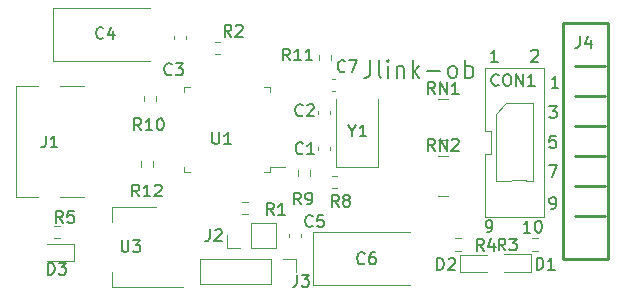
<source format=gbr>
%TF.GenerationSoftware,KiCad,Pcbnew,(5.1.9-0-10_14)*%
%TF.CreationDate,2021-02-21T16:58:23+08:00*%
%TF.ProjectId,stlinkv21_jlinkob,73746c69-6e6b-4763-9231-5f6a6c696e6b,rev?*%
%TF.SameCoordinates,Original*%
%TF.FileFunction,Legend,Top*%
%TF.FilePolarity,Positive*%
%FSLAX46Y46*%
G04 Gerber Fmt 4.6, Leading zero omitted, Abs format (unit mm)*
G04 Created by KiCad (PCBNEW (5.1.9-0-10_14)) date 2021-02-21 16:58:23*
%MOMM*%
%LPD*%
G01*
G04 APERTURE LIST*
%ADD10C,0.150000*%
%ADD11C,0.120000*%
%ADD12C,0.254000*%
G04 APERTURE END LIST*
D10*
X142689523Y-95002380D02*
X142118095Y-95002380D01*
X142403809Y-95002380D02*
X142403809Y-94002380D01*
X142308571Y-94145238D01*
X142213333Y-94240476D01*
X142118095Y-94288095D01*
X143308571Y-94002380D02*
X143403809Y-94002380D01*
X143499047Y-94050000D01*
X143546666Y-94097619D01*
X143594285Y-94192857D01*
X143641904Y-94383333D01*
X143641904Y-94621428D01*
X143594285Y-94811904D01*
X143546666Y-94907142D01*
X143499047Y-94954761D01*
X143403809Y-95002380D01*
X143308571Y-95002380D01*
X143213333Y-94954761D01*
X143165714Y-94907142D01*
X143118095Y-94811904D01*
X143070476Y-94621428D01*
X143070476Y-94383333D01*
X143118095Y-94192857D01*
X143165714Y-94097619D01*
X143213333Y-94050000D01*
X143308571Y-94002380D01*
X142774285Y-79627619D02*
X142821904Y-79580000D01*
X142917142Y-79532380D01*
X143155238Y-79532380D01*
X143250476Y-79580000D01*
X143298095Y-79627619D01*
X143345714Y-79722857D01*
X143345714Y-79818095D01*
X143298095Y-79960952D01*
X142726666Y-80532380D01*
X143345714Y-80532380D01*
X138999523Y-94952380D02*
X139190000Y-94952380D01*
X139285238Y-94904761D01*
X139332857Y-94857142D01*
X139428095Y-94714285D01*
X139475714Y-94523809D01*
X139475714Y-94142857D01*
X139428095Y-94047619D01*
X139380476Y-94000000D01*
X139285238Y-93952380D01*
X139094761Y-93952380D01*
X138999523Y-94000000D01*
X138951904Y-94047619D01*
X138904285Y-94142857D01*
X138904285Y-94380952D01*
X138951904Y-94476190D01*
X138999523Y-94523809D01*
X139094761Y-94571428D01*
X139285238Y-94571428D01*
X139380476Y-94523809D01*
X139428095Y-94476190D01*
X139475714Y-94380952D01*
X139925714Y-80532380D02*
X139354285Y-80532380D01*
X139640000Y-80532380D02*
X139640000Y-79532380D01*
X139544761Y-79675238D01*
X139449523Y-79770476D01*
X139354285Y-79818095D01*
X144399523Y-92982380D02*
X144590000Y-92982380D01*
X144685238Y-92934761D01*
X144732857Y-92887142D01*
X144828095Y-92744285D01*
X144875714Y-92553809D01*
X144875714Y-92172857D01*
X144828095Y-92077619D01*
X144780476Y-92030000D01*
X144685238Y-91982380D01*
X144494761Y-91982380D01*
X144399523Y-92030000D01*
X144351904Y-92077619D01*
X144304285Y-92172857D01*
X144304285Y-92410952D01*
X144351904Y-92506190D01*
X144399523Y-92553809D01*
X144494761Y-92601428D01*
X144685238Y-92601428D01*
X144780476Y-92553809D01*
X144828095Y-92506190D01*
X144875714Y-92410952D01*
X144296666Y-89282380D02*
X144963333Y-89282380D01*
X144534761Y-90282380D01*
X144828095Y-86812380D02*
X144351904Y-86812380D01*
X144304285Y-87288571D01*
X144351904Y-87240952D01*
X144447142Y-87193333D01*
X144685238Y-87193333D01*
X144780476Y-87240952D01*
X144828095Y-87288571D01*
X144875714Y-87383809D01*
X144875714Y-87621904D01*
X144828095Y-87717142D01*
X144780476Y-87764761D01*
X144685238Y-87812380D01*
X144447142Y-87812380D01*
X144351904Y-87764761D01*
X144304285Y-87717142D01*
X144296666Y-84292380D02*
X144915714Y-84292380D01*
X144582380Y-84673333D01*
X144725238Y-84673333D01*
X144820476Y-84720952D01*
X144868095Y-84768571D01*
X144915714Y-84863809D01*
X144915714Y-85101904D01*
X144868095Y-85197142D01*
X144820476Y-85244761D01*
X144725238Y-85292380D01*
X144439523Y-85292380D01*
X144344285Y-85244761D01*
X144296666Y-85197142D01*
X145055714Y-82732380D02*
X144484285Y-82732380D01*
X144770000Y-82732380D02*
X144770000Y-81732380D01*
X144674761Y-81875238D01*
X144579523Y-81970476D01*
X144484285Y-82018095D01*
X129142857Y-80398571D02*
X129142857Y-81470000D01*
X129071428Y-81684285D01*
X128928571Y-81827142D01*
X128714285Y-81898571D01*
X128571428Y-81898571D01*
X130071428Y-81898571D02*
X129928571Y-81827142D01*
X129857142Y-81684285D01*
X129857142Y-80398571D01*
X130642857Y-81898571D02*
X130642857Y-80898571D01*
X130642857Y-80398571D02*
X130571428Y-80470000D01*
X130642857Y-80541428D01*
X130714285Y-80470000D01*
X130642857Y-80398571D01*
X130642857Y-80541428D01*
X131357142Y-80898571D02*
X131357142Y-81898571D01*
X131357142Y-81041428D02*
X131428571Y-80970000D01*
X131571428Y-80898571D01*
X131785714Y-80898571D01*
X131928571Y-80970000D01*
X132000000Y-81112857D01*
X132000000Y-81898571D01*
X132714285Y-81898571D02*
X132714285Y-80398571D01*
X132857142Y-81327142D02*
X133285714Y-81898571D01*
X133285714Y-80898571D02*
X132714285Y-81470000D01*
X133928571Y-81327142D02*
X135071428Y-81327142D01*
X136000000Y-81898571D02*
X135857142Y-81827142D01*
X135785714Y-81755714D01*
X135714285Y-81612857D01*
X135714285Y-81184285D01*
X135785714Y-81041428D01*
X135857142Y-80970000D01*
X136000000Y-80898571D01*
X136214285Y-80898571D01*
X136357142Y-80970000D01*
X136428571Y-81041428D01*
X136500000Y-81184285D01*
X136500000Y-81612857D01*
X136428571Y-81755714D01*
X136357142Y-81827142D01*
X136214285Y-81898571D01*
X136000000Y-81898571D01*
X137142857Y-81898571D02*
X137142857Y-80398571D01*
X137142857Y-80970000D02*
X137285714Y-80898571D01*
X137571428Y-80898571D01*
X137714285Y-80970000D01*
X137785714Y-81041428D01*
X137857142Y-81184285D01*
X137857142Y-81612857D01*
X137785714Y-81755714D01*
X137714285Y-81827142D01*
X137571428Y-81898571D01*
X137285714Y-81898571D01*
X137142857Y-81827142D01*
D11*
%TO.C,RN2*%
X135700000Y-88490000D02*
X134900000Y-88490000D01*
X135700000Y-91930000D02*
X134900000Y-91930000D01*
%TO.C,RN1*%
X135700000Y-83690000D02*
X134900000Y-83690000D01*
X135700000Y-87130000D02*
X134900000Y-87130000D01*
%TO.C,C6*%
X132530000Y-94920000D02*
X124295000Y-94920000D01*
X124295000Y-94920000D02*
X124295000Y-99440000D01*
X124295000Y-99440000D02*
X132530000Y-99440000D01*
%TO.C,C4*%
X110490000Y-75980000D02*
X102255000Y-75980000D01*
X102255000Y-75980000D02*
X102255000Y-80500000D01*
X102255000Y-80500000D02*
X110490000Y-80500000D01*
%TO.C,Y1*%
X126216000Y-83660000D02*
X126216000Y-89410000D01*
X126216000Y-89410000D02*
X129816000Y-89410000D01*
X129816000Y-89410000D02*
X129816000Y-83660000D01*
%TO.C,R12*%
X110742500Y-88952742D02*
X110742500Y-89427258D01*
X109697500Y-88952742D02*
X109697500Y-89427258D01*
%TO.C,R11*%
X124757500Y-80417258D02*
X124757500Y-79942742D01*
X125802500Y-80417258D02*
X125802500Y-79942742D01*
%TO.C,R10*%
X111022500Y-83422742D02*
X111022500Y-83897258D01*
X109977500Y-83422742D02*
X109977500Y-83897258D01*
%TO.C,R9*%
X124062500Y-89732742D02*
X124062500Y-90207258D01*
X123017500Y-89732742D02*
X123017500Y-90207258D01*
%TO.C,R8*%
X125862742Y-90197500D02*
X126337258Y-90197500D01*
X125862742Y-91242500D02*
X126337258Y-91242500D01*
%TO.C,C7*%
X125899420Y-81960000D02*
X126180580Y-81960000D01*
X125899420Y-82980000D02*
X126180580Y-82980000D01*
%TO.C,C5*%
X122270000Y-95360580D02*
X122270000Y-95079420D01*
X123290000Y-95360580D02*
X123290000Y-95079420D01*
%TO.C,C3*%
X112480000Y-78640580D02*
X112480000Y-78359420D01*
X113500000Y-78640580D02*
X113500000Y-78359420D01*
%TO.C,C2*%
X125732000Y-84695420D02*
X125732000Y-84976580D01*
X124712000Y-84695420D02*
X124712000Y-84976580D01*
%TO.C,C1*%
X124712000Y-88024580D02*
X124712000Y-87743420D01*
X125732000Y-88024580D02*
X125732000Y-87743420D01*
%TO.C,U1*%
X113840000Y-82640000D02*
X113390000Y-82640000D01*
X113390000Y-82640000D02*
X113390000Y-83090000D01*
X120160000Y-82640000D02*
X120610000Y-82640000D01*
X120610000Y-82640000D02*
X120610000Y-83090000D01*
X113840000Y-89860000D02*
X113390000Y-89860000D01*
X113390000Y-89860000D02*
X113390000Y-89410000D01*
X120160000Y-89860000D02*
X120610000Y-89860000D01*
X120610000Y-89860000D02*
X120610000Y-89410000D01*
X120610000Y-89410000D02*
X121900000Y-89410000D01*
%TO.C,R5*%
X102352742Y-94427500D02*
X102827258Y-94427500D01*
X102352742Y-95472500D02*
X102827258Y-95472500D01*
%TO.C,R4*%
X136332742Y-95487500D02*
X136807258Y-95487500D01*
X136332742Y-96532500D02*
X136807258Y-96532500D01*
%TO.C,R3*%
X143317258Y-96532500D02*
X142842742Y-96532500D01*
X143317258Y-95487500D02*
X142842742Y-95487500D01*
%TO.C,D3*%
X101770000Y-97405000D02*
X104055000Y-97405000D01*
X104055000Y-97405000D02*
X104055000Y-95935000D01*
X104055000Y-95935000D02*
X101770000Y-95935000D01*
%TO.C,D2*%
X139040000Y-96885000D02*
X136755000Y-96885000D01*
X136755000Y-96885000D02*
X136755000Y-98355000D01*
X136755000Y-98355000D02*
X139040000Y-98355000D01*
%TO.C,D1*%
X140480000Y-98325000D02*
X142765000Y-98325000D01*
X142765000Y-98325000D02*
X142765000Y-96855000D01*
X142765000Y-96855000D02*
X140480000Y-96855000D01*
%TO.C,U3*%
X107270000Y-92810000D02*
X107270000Y-94070000D01*
X107270000Y-99630000D02*
X107270000Y-98370000D01*
X111030000Y-92810000D02*
X107270000Y-92810000D01*
X113280000Y-99630000D02*
X107270000Y-99630000D01*
D12*
%TO.C,J4*%
X145460000Y-77250000D02*
X145460000Y-97250000D01*
X149280000Y-77250000D02*
X149280000Y-97250000D01*
X146460000Y-91060000D02*
X149000000Y-91060000D01*
X146460000Y-88520000D02*
X149000000Y-88520000D01*
X146460000Y-85980000D02*
X149000000Y-85980000D01*
X146460000Y-93600000D02*
X149000000Y-93600000D01*
X146460000Y-80900000D02*
X149000000Y-80900000D01*
X146460000Y-83440000D02*
X149000000Y-83440000D01*
X145460000Y-77250000D02*
X149280000Y-77250000D01*
X145460000Y-97250000D02*
X149280000Y-97250000D01*
D11*
%TO.C,J3*%
X114690000Y-97240000D02*
X114690000Y-99360000D01*
X120750000Y-97240000D02*
X114690000Y-97240000D01*
X120750000Y-99360000D02*
X114690000Y-99360000D01*
X120750000Y-97240000D02*
X120750000Y-99360000D01*
X121750000Y-97240000D02*
X122810000Y-97240000D01*
X122810000Y-97240000D02*
X122810000Y-98300000D01*
%TO.C,CON1*%
X139790000Y-84920000D02*
X140560000Y-84090000D01*
X139790000Y-84930000D02*
X139750000Y-90595000D01*
X142277530Y-90595000D02*
X142920000Y-90595000D01*
X139750000Y-90595000D02*
X142300000Y-90590000D01*
X142920000Y-85455000D02*
X142920000Y-90595000D01*
X142920000Y-84860000D02*
X142920000Y-85455000D01*
X142920000Y-84060000D02*
X142920000Y-84820000D01*
X140590000Y-84060000D02*
X142920000Y-84060000D01*
X138870000Y-81045000D02*
X143870000Y-81045000D01*
X143870000Y-81045000D02*
X143870000Y-93695000D01*
X143870000Y-93695000D02*
X138870000Y-93695000D01*
X138870000Y-93695000D02*
X138870000Y-88370000D01*
X138870000Y-88370000D02*
X139370000Y-88370000D01*
X139370000Y-88370000D02*
X139370000Y-86370000D01*
X139370000Y-86370000D02*
X138870000Y-86370000D01*
X138870000Y-86370000D02*
X138870000Y-81045000D01*
%TO.C,R2*%
X116447258Y-79922500D02*
X115972742Y-79922500D01*
X116447258Y-78877500D02*
X115972742Y-78877500D01*
%TO.C,R1*%
X118292742Y-92407500D02*
X118767258Y-92407500D01*
X118292742Y-93452500D02*
X118767258Y-93452500D01*
%TO.C,J2*%
X121130000Y-96290000D02*
X121130000Y-94170000D01*
X119070000Y-96290000D02*
X121130000Y-96290000D01*
X119070000Y-94170000D02*
X121130000Y-94170000D01*
X119070000Y-96290000D02*
X119070000Y-94170000D01*
X118070000Y-96290000D02*
X117010000Y-96290000D01*
X117010000Y-96290000D02*
X117010000Y-95230000D01*
%TO.C,J1*%
X99100000Y-82550000D02*
X99100000Y-91950000D01*
X104900000Y-91950000D02*
X102900000Y-91950000D01*
X101000000Y-91950000D02*
X99100000Y-91950000D01*
X104900000Y-82550000D02*
X102900000Y-82550000D01*
X101000000Y-82550000D02*
X99100000Y-82550000D01*
%TO.C,RN2*%
D10*
X134609523Y-88062380D02*
X134276190Y-87586190D01*
X134038095Y-88062380D02*
X134038095Y-87062380D01*
X134419047Y-87062380D01*
X134514285Y-87110000D01*
X134561904Y-87157619D01*
X134609523Y-87252857D01*
X134609523Y-87395714D01*
X134561904Y-87490952D01*
X134514285Y-87538571D01*
X134419047Y-87586190D01*
X134038095Y-87586190D01*
X135038095Y-88062380D02*
X135038095Y-87062380D01*
X135609523Y-88062380D01*
X135609523Y-87062380D01*
X136038095Y-87157619D02*
X136085714Y-87110000D01*
X136180952Y-87062380D01*
X136419047Y-87062380D01*
X136514285Y-87110000D01*
X136561904Y-87157619D01*
X136609523Y-87252857D01*
X136609523Y-87348095D01*
X136561904Y-87490952D01*
X135990476Y-88062380D01*
X136609523Y-88062380D01*
%TO.C,RN1*%
X134609523Y-83262380D02*
X134276190Y-82786190D01*
X134038095Y-83262380D02*
X134038095Y-82262380D01*
X134419047Y-82262380D01*
X134514285Y-82310000D01*
X134561904Y-82357619D01*
X134609523Y-82452857D01*
X134609523Y-82595714D01*
X134561904Y-82690952D01*
X134514285Y-82738571D01*
X134419047Y-82786190D01*
X134038095Y-82786190D01*
X135038095Y-83262380D02*
X135038095Y-82262380D01*
X135609523Y-83262380D01*
X135609523Y-82262380D01*
X136609523Y-83262380D02*
X136038095Y-83262380D01*
X136323809Y-83262380D02*
X136323809Y-82262380D01*
X136228571Y-82405238D01*
X136133333Y-82500476D01*
X136038095Y-82548095D01*
%TO.C,C6*%
X128643333Y-97587142D02*
X128595714Y-97634761D01*
X128452857Y-97682380D01*
X128357619Y-97682380D01*
X128214761Y-97634761D01*
X128119523Y-97539523D01*
X128071904Y-97444285D01*
X128024285Y-97253809D01*
X128024285Y-97110952D01*
X128071904Y-96920476D01*
X128119523Y-96825238D01*
X128214761Y-96730000D01*
X128357619Y-96682380D01*
X128452857Y-96682380D01*
X128595714Y-96730000D01*
X128643333Y-96777619D01*
X129500476Y-96682380D02*
X129310000Y-96682380D01*
X129214761Y-96730000D01*
X129167142Y-96777619D01*
X129071904Y-96920476D01*
X129024285Y-97110952D01*
X129024285Y-97491904D01*
X129071904Y-97587142D01*
X129119523Y-97634761D01*
X129214761Y-97682380D01*
X129405238Y-97682380D01*
X129500476Y-97634761D01*
X129548095Y-97587142D01*
X129595714Y-97491904D01*
X129595714Y-97253809D01*
X129548095Y-97158571D01*
X129500476Y-97110952D01*
X129405238Y-97063333D01*
X129214761Y-97063333D01*
X129119523Y-97110952D01*
X129071904Y-97158571D01*
X129024285Y-97253809D01*
%TO.C,C4*%
X106523333Y-78507142D02*
X106475714Y-78554761D01*
X106332857Y-78602380D01*
X106237619Y-78602380D01*
X106094761Y-78554761D01*
X105999523Y-78459523D01*
X105951904Y-78364285D01*
X105904285Y-78173809D01*
X105904285Y-78030952D01*
X105951904Y-77840476D01*
X105999523Y-77745238D01*
X106094761Y-77650000D01*
X106237619Y-77602380D01*
X106332857Y-77602380D01*
X106475714Y-77650000D01*
X106523333Y-77697619D01*
X107380476Y-77935714D02*
X107380476Y-78602380D01*
X107142380Y-77554761D02*
X106904285Y-78269047D01*
X107523333Y-78269047D01*
%TO.C,Y1*%
X127613809Y-86386190D02*
X127613809Y-86862380D01*
X127280476Y-85862380D02*
X127613809Y-86386190D01*
X127947142Y-85862380D01*
X128804285Y-86862380D02*
X128232857Y-86862380D01*
X128518571Y-86862380D02*
X128518571Y-85862380D01*
X128423333Y-86005238D01*
X128328095Y-86100476D01*
X128232857Y-86148095D01*
%TO.C,R12*%
X109557142Y-91942380D02*
X109223809Y-91466190D01*
X108985714Y-91942380D02*
X108985714Y-90942380D01*
X109366666Y-90942380D01*
X109461904Y-90990000D01*
X109509523Y-91037619D01*
X109557142Y-91132857D01*
X109557142Y-91275714D01*
X109509523Y-91370952D01*
X109461904Y-91418571D01*
X109366666Y-91466190D01*
X108985714Y-91466190D01*
X110509523Y-91942380D02*
X109938095Y-91942380D01*
X110223809Y-91942380D02*
X110223809Y-90942380D01*
X110128571Y-91085238D01*
X110033333Y-91180476D01*
X109938095Y-91228095D01*
X110890476Y-91037619D02*
X110938095Y-90990000D01*
X111033333Y-90942380D01*
X111271428Y-90942380D01*
X111366666Y-90990000D01*
X111414285Y-91037619D01*
X111461904Y-91132857D01*
X111461904Y-91228095D01*
X111414285Y-91370952D01*
X110842857Y-91942380D01*
X111461904Y-91942380D01*
%TO.C,R11*%
X122327142Y-80422380D02*
X121993809Y-79946190D01*
X121755714Y-80422380D02*
X121755714Y-79422380D01*
X122136666Y-79422380D01*
X122231904Y-79470000D01*
X122279523Y-79517619D01*
X122327142Y-79612857D01*
X122327142Y-79755714D01*
X122279523Y-79850952D01*
X122231904Y-79898571D01*
X122136666Y-79946190D01*
X121755714Y-79946190D01*
X123279523Y-80422380D02*
X122708095Y-80422380D01*
X122993809Y-80422380D02*
X122993809Y-79422380D01*
X122898571Y-79565238D01*
X122803333Y-79660476D01*
X122708095Y-79708095D01*
X124231904Y-80422380D02*
X123660476Y-80422380D01*
X123946190Y-80422380D02*
X123946190Y-79422380D01*
X123850952Y-79565238D01*
X123755714Y-79660476D01*
X123660476Y-79708095D01*
%TO.C,R10*%
X109727142Y-86332380D02*
X109393809Y-85856190D01*
X109155714Y-86332380D02*
X109155714Y-85332380D01*
X109536666Y-85332380D01*
X109631904Y-85380000D01*
X109679523Y-85427619D01*
X109727142Y-85522857D01*
X109727142Y-85665714D01*
X109679523Y-85760952D01*
X109631904Y-85808571D01*
X109536666Y-85856190D01*
X109155714Y-85856190D01*
X110679523Y-86332380D02*
X110108095Y-86332380D01*
X110393809Y-86332380D02*
X110393809Y-85332380D01*
X110298571Y-85475238D01*
X110203333Y-85570476D01*
X110108095Y-85618095D01*
X111298571Y-85332380D02*
X111393809Y-85332380D01*
X111489047Y-85380000D01*
X111536666Y-85427619D01*
X111584285Y-85522857D01*
X111631904Y-85713333D01*
X111631904Y-85951428D01*
X111584285Y-86141904D01*
X111536666Y-86237142D01*
X111489047Y-86284761D01*
X111393809Y-86332380D01*
X111298571Y-86332380D01*
X111203333Y-86284761D01*
X111155714Y-86237142D01*
X111108095Y-86141904D01*
X111060476Y-85951428D01*
X111060476Y-85713333D01*
X111108095Y-85522857D01*
X111155714Y-85427619D01*
X111203333Y-85380000D01*
X111298571Y-85332380D01*
%TO.C,R9*%
X123263333Y-92622380D02*
X122930000Y-92146190D01*
X122691904Y-92622380D02*
X122691904Y-91622380D01*
X123072857Y-91622380D01*
X123168095Y-91670000D01*
X123215714Y-91717619D01*
X123263333Y-91812857D01*
X123263333Y-91955714D01*
X123215714Y-92050952D01*
X123168095Y-92098571D01*
X123072857Y-92146190D01*
X122691904Y-92146190D01*
X123739523Y-92622380D02*
X123930000Y-92622380D01*
X124025238Y-92574761D01*
X124072857Y-92527142D01*
X124168095Y-92384285D01*
X124215714Y-92193809D01*
X124215714Y-91812857D01*
X124168095Y-91717619D01*
X124120476Y-91670000D01*
X124025238Y-91622380D01*
X123834761Y-91622380D01*
X123739523Y-91670000D01*
X123691904Y-91717619D01*
X123644285Y-91812857D01*
X123644285Y-92050952D01*
X123691904Y-92146190D01*
X123739523Y-92193809D01*
X123834761Y-92241428D01*
X124025238Y-92241428D01*
X124120476Y-92193809D01*
X124168095Y-92146190D01*
X124215714Y-92050952D01*
%TO.C,R8*%
X126453333Y-92812380D02*
X126120000Y-92336190D01*
X125881904Y-92812380D02*
X125881904Y-91812380D01*
X126262857Y-91812380D01*
X126358095Y-91860000D01*
X126405714Y-91907619D01*
X126453333Y-92002857D01*
X126453333Y-92145714D01*
X126405714Y-92240952D01*
X126358095Y-92288571D01*
X126262857Y-92336190D01*
X125881904Y-92336190D01*
X127024761Y-92240952D02*
X126929523Y-92193333D01*
X126881904Y-92145714D01*
X126834285Y-92050476D01*
X126834285Y-92002857D01*
X126881904Y-91907619D01*
X126929523Y-91860000D01*
X127024761Y-91812380D01*
X127215238Y-91812380D01*
X127310476Y-91860000D01*
X127358095Y-91907619D01*
X127405714Y-92002857D01*
X127405714Y-92050476D01*
X127358095Y-92145714D01*
X127310476Y-92193333D01*
X127215238Y-92240952D01*
X127024761Y-92240952D01*
X126929523Y-92288571D01*
X126881904Y-92336190D01*
X126834285Y-92431428D01*
X126834285Y-92621904D01*
X126881904Y-92717142D01*
X126929523Y-92764761D01*
X127024761Y-92812380D01*
X127215238Y-92812380D01*
X127310476Y-92764761D01*
X127358095Y-92717142D01*
X127405714Y-92621904D01*
X127405714Y-92431428D01*
X127358095Y-92336190D01*
X127310476Y-92288571D01*
X127215238Y-92240952D01*
%TO.C,C7*%
X126993333Y-81317142D02*
X126945714Y-81364761D01*
X126802857Y-81412380D01*
X126707619Y-81412380D01*
X126564761Y-81364761D01*
X126469523Y-81269523D01*
X126421904Y-81174285D01*
X126374285Y-80983809D01*
X126374285Y-80840952D01*
X126421904Y-80650476D01*
X126469523Y-80555238D01*
X126564761Y-80460000D01*
X126707619Y-80412380D01*
X126802857Y-80412380D01*
X126945714Y-80460000D01*
X126993333Y-80507619D01*
X127326666Y-80412380D02*
X127993333Y-80412380D01*
X127564761Y-81412380D01*
%TO.C,C5*%
X124243333Y-94437142D02*
X124195714Y-94484761D01*
X124052857Y-94532380D01*
X123957619Y-94532380D01*
X123814761Y-94484761D01*
X123719523Y-94389523D01*
X123671904Y-94294285D01*
X123624285Y-94103809D01*
X123624285Y-93960952D01*
X123671904Y-93770476D01*
X123719523Y-93675238D01*
X123814761Y-93580000D01*
X123957619Y-93532380D01*
X124052857Y-93532380D01*
X124195714Y-93580000D01*
X124243333Y-93627619D01*
X125148095Y-93532380D02*
X124671904Y-93532380D01*
X124624285Y-94008571D01*
X124671904Y-93960952D01*
X124767142Y-93913333D01*
X125005238Y-93913333D01*
X125100476Y-93960952D01*
X125148095Y-94008571D01*
X125195714Y-94103809D01*
X125195714Y-94341904D01*
X125148095Y-94437142D01*
X125100476Y-94484761D01*
X125005238Y-94532380D01*
X124767142Y-94532380D01*
X124671904Y-94484761D01*
X124624285Y-94437142D01*
%TO.C,C3*%
X112313333Y-81577142D02*
X112265714Y-81624761D01*
X112122857Y-81672380D01*
X112027619Y-81672380D01*
X111884761Y-81624761D01*
X111789523Y-81529523D01*
X111741904Y-81434285D01*
X111694285Y-81243809D01*
X111694285Y-81100952D01*
X111741904Y-80910476D01*
X111789523Y-80815238D01*
X111884761Y-80720000D01*
X112027619Y-80672380D01*
X112122857Y-80672380D01*
X112265714Y-80720000D01*
X112313333Y-80767619D01*
X112646666Y-80672380D02*
X113265714Y-80672380D01*
X112932380Y-81053333D01*
X113075238Y-81053333D01*
X113170476Y-81100952D01*
X113218095Y-81148571D01*
X113265714Y-81243809D01*
X113265714Y-81481904D01*
X113218095Y-81577142D01*
X113170476Y-81624761D01*
X113075238Y-81672380D01*
X112789523Y-81672380D01*
X112694285Y-81624761D01*
X112646666Y-81577142D01*
%TO.C,C2*%
X123403333Y-85047142D02*
X123355714Y-85094761D01*
X123212857Y-85142380D01*
X123117619Y-85142380D01*
X122974761Y-85094761D01*
X122879523Y-84999523D01*
X122831904Y-84904285D01*
X122784285Y-84713809D01*
X122784285Y-84570952D01*
X122831904Y-84380476D01*
X122879523Y-84285238D01*
X122974761Y-84190000D01*
X123117619Y-84142380D01*
X123212857Y-84142380D01*
X123355714Y-84190000D01*
X123403333Y-84237619D01*
X123784285Y-84237619D02*
X123831904Y-84190000D01*
X123927142Y-84142380D01*
X124165238Y-84142380D01*
X124260476Y-84190000D01*
X124308095Y-84237619D01*
X124355714Y-84332857D01*
X124355714Y-84428095D01*
X124308095Y-84570952D01*
X123736666Y-85142380D01*
X124355714Y-85142380D01*
%TO.C,C1*%
X123423333Y-88277142D02*
X123375714Y-88324761D01*
X123232857Y-88372380D01*
X123137619Y-88372380D01*
X122994761Y-88324761D01*
X122899523Y-88229523D01*
X122851904Y-88134285D01*
X122804285Y-87943809D01*
X122804285Y-87800952D01*
X122851904Y-87610476D01*
X122899523Y-87515238D01*
X122994761Y-87420000D01*
X123137619Y-87372380D01*
X123232857Y-87372380D01*
X123375714Y-87420000D01*
X123423333Y-87467619D01*
X124375714Y-88372380D02*
X123804285Y-88372380D01*
X124090000Y-88372380D02*
X124090000Y-87372380D01*
X123994761Y-87515238D01*
X123899523Y-87610476D01*
X123804285Y-87658095D01*
%TO.C,U1*%
X115768095Y-86502380D02*
X115768095Y-87311904D01*
X115815714Y-87407142D01*
X115863333Y-87454761D01*
X115958571Y-87502380D01*
X116149047Y-87502380D01*
X116244285Y-87454761D01*
X116291904Y-87407142D01*
X116339523Y-87311904D01*
X116339523Y-86502380D01*
X117339523Y-87502380D02*
X116768095Y-87502380D01*
X117053809Y-87502380D02*
X117053809Y-86502380D01*
X116958571Y-86645238D01*
X116863333Y-86740476D01*
X116768095Y-86788095D01*
%TO.C,R5*%
X103113333Y-94172380D02*
X102780000Y-93696190D01*
X102541904Y-94172380D02*
X102541904Y-93172380D01*
X102922857Y-93172380D01*
X103018095Y-93220000D01*
X103065714Y-93267619D01*
X103113333Y-93362857D01*
X103113333Y-93505714D01*
X103065714Y-93600952D01*
X103018095Y-93648571D01*
X102922857Y-93696190D01*
X102541904Y-93696190D01*
X104018095Y-93172380D02*
X103541904Y-93172380D01*
X103494285Y-93648571D01*
X103541904Y-93600952D01*
X103637142Y-93553333D01*
X103875238Y-93553333D01*
X103970476Y-93600952D01*
X104018095Y-93648571D01*
X104065714Y-93743809D01*
X104065714Y-93981904D01*
X104018095Y-94077142D01*
X103970476Y-94124761D01*
X103875238Y-94172380D01*
X103637142Y-94172380D01*
X103541904Y-94124761D01*
X103494285Y-94077142D01*
%TO.C,R4*%
X138753333Y-96522380D02*
X138420000Y-96046190D01*
X138181904Y-96522380D02*
X138181904Y-95522380D01*
X138562857Y-95522380D01*
X138658095Y-95570000D01*
X138705714Y-95617619D01*
X138753333Y-95712857D01*
X138753333Y-95855714D01*
X138705714Y-95950952D01*
X138658095Y-95998571D01*
X138562857Y-96046190D01*
X138181904Y-96046190D01*
X139610476Y-95855714D02*
X139610476Y-96522380D01*
X139372380Y-95474761D02*
X139134285Y-96189047D01*
X139753333Y-96189047D01*
%TO.C,R3*%
X140573333Y-96502380D02*
X140240000Y-96026190D01*
X140001904Y-96502380D02*
X140001904Y-95502380D01*
X140382857Y-95502380D01*
X140478095Y-95550000D01*
X140525714Y-95597619D01*
X140573333Y-95692857D01*
X140573333Y-95835714D01*
X140525714Y-95930952D01*
X140478095Y-95978571D01*
X140382857Y-96026190D01*
X140001904Y-96026190D01*
X140906666Y-95502380D02*
X141525714Y-95502380D01*
X141192380Y-95883333D01*
X141335238Y-95883333D01*
X141430476Y-95930952D01*
X141478095Y-95978571D01*
X141525714Y-96073809D01*
X141525714Y-96311904D01*
X141478095Y-96407142D01*
X141430476Y-96454761D01*
X141335238Y-96502380D01*
X141049523Y-96502380D01*
X140954285Y-96454761D01*
X140906666Y-96407142D01*
%TO.C,D3*%
X101831904Y-98552380D02*
X101831904Y-97552380D01*
X102070000Y-97552380D01*
X102212857Y-97600000D01*
X102308095Y-97695238D01*
X102355714Y-97790476D01*
X102403333Y-97980952D01*
X102403333Y-98123809D01*
X102355714Y-98314285D01*
X102308095Y-98409523D01*
X102212857Y-98504761D01*
X102070000Y-98552380D01*
X101831904Y-98552380D01*
X102736666Y-97552380D02*
X103355714Y-97552380D01*
X103022380Y-97933333D01*
X103165238Y-97933333D01*
X103260476Y-97980952D01*
X103308095Y-98028571D01*
X103355714Y-98123809D01*
X103355714Y-98361904D01*
X103308095Y-98457142D01*
X103260476Y-98504761D01*
X103165238Y-98552380D01*
X102879523Y-98552380D01*
X102784285Y-98504761D01*
X102736666Y-98457142D01*
%TO.C,D2*%
X134801904Y-98152380D02*
X134801904Y-97152380D01*
X135040000Y-97152380D01*
X135182857Y-97200000D01*
X135278095Y-97295238D01*
X135325714Y-97390476D01*
X135373333Y-97580952D01*
X135373333Y-97723809D01*
X135325714Y-97914285D01*
X135278095Y-98009523D01*
X135182857Y-98104761D01*
X135040000Y-98152380D01*
X134801904Y-98152380D01*
X135754285Y-97247619D02*
X135801904Y-97200000D01*
X135897142Y-97152380D01*
X136135238Y-97152380D01*
X136230476Y-97200000D01*
X136278095Y-97247619D01*
X136325714Y-97342857D01*
X136325714Y-97438095D01*
X136278095Y-97580952D01*
X135706666Y-98152380D01*
X136325714Y-98152380D01*
%TO.C,D1*%
X143211904Y-98132380D02*
X143211904Y-97132380D01*
X143450000Y-97132380D01*
X143592857Y-97180000D01*
X143688095Y-97275238D01*
X143735714Y-97370476D01*
X143783333Y-97560952D01*
X143783333Y-97703809D01*
X143735714Y-97894285D01*
X143688095Y-97989523D01*
X143592857Y-98084761D01*
X143450000Y-98132380D01*
X143211904Y-98132380D01*
X144735714Y-98132380D02*
X144164285Y-98132380D01*
X144450000Y-98132380D02*
X144450000Y-97132380D01*
X144354761Y-97275238D01*
X144259523Y-97370476D01*
X144164285Y-97418095D01*
%TO.C,U3*%
X108068095Y-95642380D02*
X108068095Y-96451904D01*
X108115714Y-96547142D01*
X108163333Y-96594761D01*
X108258571Y-96642380D01*
X108449047Y-96642380D01*
X108544285Y-96594761D01*
X108591904Y-96547142D01*
X108639523Y-96451904D01*
X108639523Y-95642380D01*
X109020476Y-95642380D02*
X109639523Y-95642380D01*
X109306190Y-96023333D01*
X109449047Y-96023333D01*
X109544285Y-96070952D01*
X109591904Y-96118571D01*
X109639523Y-96213809D01*
X109639523Y-96451904D01*
X109591904Y-96547142D01*
X109544285Y-96594761D01*
X109449047Y-96642380D01*
X109163333Y-96642380D01*
X109068095Y-96594761D01*
X109020476Y-96547142D01*
%TO.C,J4*%
X146876666Y-78362380D02*
X146876666Y-79076666D01*
X146829047Y-79219523D01*
X146733809Y-79314761D01*
X146590952Y-79362380D01*
X146495714Y-79362380D01*
X147781428Y-78695714D02*
X147781428Y-79362380D01*
X147543333Y-78314761D02*
X147305238Y-79029047D01*
X147924285Y-79029047D01*
%TO.C,J3*%
X122926666Y-98572380D02*
X122926666Y-99286666D01*
X122879047Y-99429523D01*
X122783809Y-99524761D01*
X122640952Y-99572380D01*
X122545714Y-99572380D01*
X123307619Y-98572380D02*
X123926666Y-98572380D01*
X123593333Y-98953333D01*
X123736190Y-98953333D01*
X123831428Y-99000952D01*
X123879047Y-99048571D01*
X123926666Y-99143809D01*
X123926666Y-99381904D01*
X123879047Y-99477142D01*
X123831428Y-99524761D01*
X123736190Y-99572380D01*
X123450476Y-99572380D01*
X123355238Y-99524761D01*
X123307619Y-99477142D01*
%TO.C,CON1*%
X140005714Y-82487142D02*
X139958095Y-82534761D01*
X139815238Y-82582380D01*
X139720000Y-82582380D01*
X139577142Y-82534761D01*
X139481904Y-82439523D01*
X139434285Y-82344285D01*
X139386666Y-82153809D01*
X139386666Y-82010952D01*
X139434285Y-81820476D01*
X139481904Y-81725238D01*
X139577142Y-81630000D01*
X139720000Y-81582380D01*
X139815238Y-81582380D01*
X139958095Y-81630000D01*
X140005714Y-81677619D01*
X140624761Y-81582380D02*
X140815238Y-81582380D01*
X140910476Y-81630000D01*
X141005714Y-81725238D01*
X141053333Y-81915714D01*
X141053333Y-82249047D01*
X141005714Y-82439523D01*
X140910476Y-82534761D01*
X140815238Y-82582380D01*
X140624761Y-82582380D01*
X140529523Y-82534761D01*
X140434285Y-82439523D01*
X140386666Y-82249047D01*
X140386666Y-81915714D01*
X140434285Y-81725238D01*
X140529523Y-81630000D01*
X140624761Y-81582380D01*
X141481904Y-82582380D02*
X141481904Y-81582380D01*
X142053333Y-82582380D01*
X142053333Y-81582380D01*
X143053333Y-82582380D02*
X142481904Y-82582380D01*
X142767619Y-82582380D02*
X142767619Y-81582380D01*
X142672380Y-81725238D01*
X142577142Y-81820476D01*
X142481904Y-81868095D01*
%TO.C,R2*%
X117363333Y-78412380D02*
X117030000Y-77936190D01*
X116791904Y-78412380D02*
X116791904Y-77412380D01*
X117172857Y-77412380D01*
X117268095Y-77460000D01*
X117315714Y-77507619D01*
X117363333Y-77602857D01*
X117363333Y-77745714D01*
X117315714Y-77840952D01*
X117268095Y-77888571D01*
X117172857Y-77936190D01*
X116791904Y-77936190D01*
X117744285Y-77507619D02*
X117791904Y-77460000D01*
X117887142Y-77412380D01*
X118125238Y-77412380D01*
X118220476Y-77460000D01*
X118268095Y-77507619D01*
X118315714Y-77602857D01*
X118315714Y-77698095D01*
X118268095Y-77840952D01*
X117696666Y-78412380D01*
X118315714Y-78412380D01*
%TO.C,R1*%
X120953333Y-93512380D02*
X120620000Y-93036190D01*
X120381904Y-93512380D02*
X120381904Y-92512380D01*
X120762857Y-92512380D01*
X120858095Y-92560000D01*
X120905714Y-92607619D01*
X120953333Y-92702857D01*
X120953333Y-92845714D01*
X120905714Y-92940952D01*
X120858095Y-92988571D01*
X120762857Y-93036190D01*
X120381904Y-93036190D01*
X121905714Y-93512380D02*
X121334285Y-93512380D01*
X121620000Y-93512380D02*
X121620000Y-92512380D01*
X121524761Y-92655238D01*
X121429523Y-92750476D01*
X121334285Y-92798095D01*
%TO.C,J2*%
X115556666Y-94722380D02*
X115556666Y-95436666D01*
X115509047Y-95579523D01*
X115413809Y-95674761D01*
X115270952Y-95722380D01*
X115175714Y-95722380D01*
X115985238Y-94817619D02*
X116032857Y-94770000D01*
X116128095Y-94722380D01*
X116366190Y-94722380D01*
X116461428Y-94770000D01*
X116509047Y-94817619D01*
X116556666Y-94912857D01*
X116556666Y-95008095D01*
X116509047Y-95150952D01*
X115937619Y-95722380D01*
X116556666Y-95722380D01*
%TO.C,J1*%
X101646666Y-86792380D02*
X101646666Y-87506666D01*
X101599047Y-87649523D01*
X101503809Y-87744761D01*
X101360952Y-87792380D01*
X101265714Y-87792380D01*
X102646666Y-87792380D02*
X102075238Y-87792380D01*
X102360952Y-87792380D02*
X102360952Y-86792380D01*
X102265714Y-86935238D01*
X102170476Y-87030476D01*
X102075238Y-87078095D01*
%TD*%
M02*

</source>
